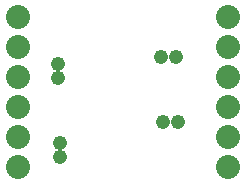
<source format=gts>
G75*
%MOIN*%
%OFA0B0*%
%FSLAX24Y24*%
%IPPOS*%
%LPD*%
%AMOC8*
5,1,8,0,0,1.08239X$1,22.5*
%
%ADD10C,0.0800*%
%ADD11C,0.0476*%
D10*
X001772Y001024D03*
X001772Y002024D03*
X001772Y003024D03*
X001772Y004024D03*
X001772Y005024D03*
X001772Y006024D03*
X008772Y006024D03*
X008772Y005024D03*
X008772Y004024D03*
X008772Y003024D03*
X008772Y002024D03*
X008772Y001024D03*
D11*
X007103Y002524D03*
X006611Y002524D03*
X006556Y004666D03*
X007048Y004666D03*
X003126Y004457D03*
X003126Y003965D03*
X003189Y001823D03*
X003189Y001331D03*
M02*

</source>
